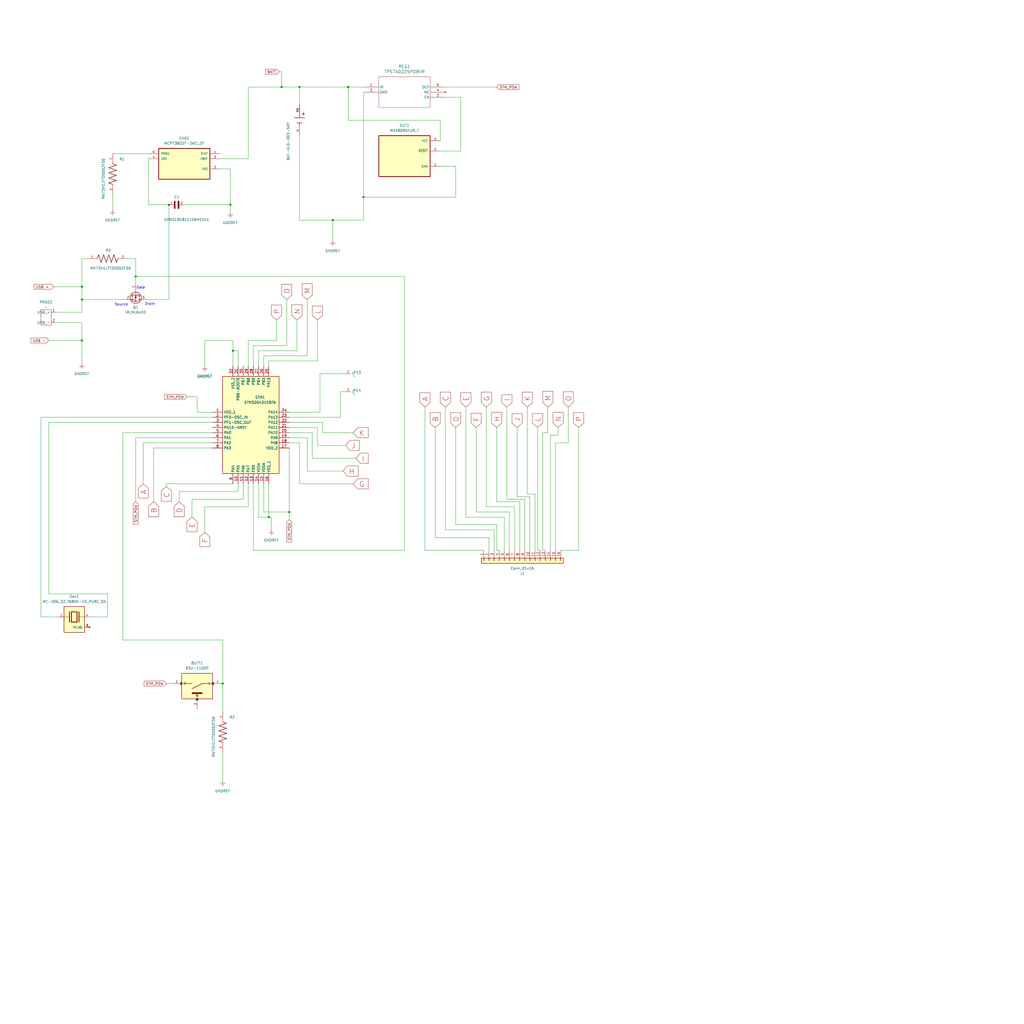
<source format=kicad_sch>
(kicad_sch (version 20250114) (generator "eeschema") (generator_version "9.0")
  (paper "User" 508 508)
  (lib_symbols
    (symbol "B3U-1100P:B3U-1100P" (pin_names (offset 1.016))
      (property "Reference" "S" (at 7.6291 -5.0861 0))
      (property "Value" "B3U-1100P" (at 7.6346 -10.1794 0))
      (symbol "B3U-1100P_0_0"
        (rectangle (start -8.2645 -0.6357) (end -7.62 0.635) (stroke (width 0.1)) (fill (type outline)))
        (rectangle (start -7.62 -7.62) (end 7.62 5.08) (stroke (width 0.254)) (fill (type background)))
        (rectangle (start -2.5423 -5.0846) (end 2.54 -4.445) (stroke (width 0.1)) (fill (type outline)))
        (polyline (pts (xy -2.54 0) (xy -7.62 0)) (stroke (width 0.254)))
        (polyline (pts (xy -2.54 -2.54) (xy 2.54 0)) (stroke (width 0.254)))
        (polyline (pts (xy -2.54 -5.08) (xy 0 -5.08)) (stroke (width 0.254)))
        (rectangle (start -0.6357 -8.2643) (end 0.635 -7.62) (stroke (width 0.1)) (fill (type outline)))
        (polyline (pts (xy 0 -5.08) (xy 0 -7.62)) (stroke (width 0.254)))
        (polyline (pts (xy 0 -5.08) (xy 2.54 -5.08)) (stroke (width 0.254)))
        (polyline (pts (xy 2.54 0) (xy 7.62 0)) (stroke (width 0.254)))
        (rectangle (start 7.6245 -0.6354) (end 8.255 0.635) (stroke (width 0.1)) (fill (type outline)))
        (pin passive line (at -12.7 0 0) (length 5.08) (name "2") (number "2"))
        (pin passive line (at 0 -12.7 90) (length 5.08) (name "3") (number "3"))
        (pin passive line (at 12.7 0 180) (length 5.08) (name "1") (number "1"))
      )
    )
    (symbol "BAT-HLD-003-SMT_CUT:BAT-HLD-003-SMT" (pin_names (offset 1.016))
      (property "Reference" "BT" (at -3.81 3.81 0))
      (property "Value" "BAT-HLD-003-SMT" (at -3.81 -5.08 0))
      (symbol "BAT-HLD-003-SMT_0_0"
        (polyline (pts (xy -3.81 1.905) (xy -2.54 1.905)) (stroke (width 0.254)))
        (polyline (pts (xy -3.175 2.54) (xy -3.175 1.27)) (stroke (width 0.254)))
        (polyline (pts (xy -1.27 2.54) (xy -1.27 0)) (stroke (width 0.254)))
        (polyline (pts (xy -1.27 0) (xy -2.54 0)) (stroke (width 0.254)))
        (polyline (pts (xy -1.27 0) (xy -1.27 -2.54)) (stroke (width 0.254)))
        (polyline (pts (xy 1.27 1.27) (xy 1.27 0)) (stroke (width 0.254)))
        (polyline (pts (xy 1.27 0) (xy 1.27 -1.27)) (stroke (width 0.254)))
        (polyline (pts (xy 1.27 0) (xy 2.54 0)) (stroke (width 0.254)))
        (pin passive line (at -7.62 0 0) (length 5.08) (name "~") (number "P1"))
        (pin passive line (at -7.62 0 0) (length 5.08) (name "~") (number "P2"))
        (pin passive line (at 7.62 0 180) (length 5.08) (name "~") (number "N"))
      )
    )
    (symbol "Connector_Generic:Conn_01x16" (pin_names (offset 1.016) (hide yes))
      (property "Reference" "J" (at 0 20.32 0))
      (property "Value" "Conn_01x16" (at 0 -22.86 0))
      (symbol "Conn_01x16_1_1"
        (rectangle (start -1.27 19.05) (end 1.27 -21.59) (stroke (width 0.254)) (fill (type background)))
        (rectangle (start -1.27 17.907) (end 0 17.653) (stroke (width 0.1524)))
        (rectangle (start -1.27 15.367) (end 0 15.113) (stroke (width 0.1524)))
        (rectangle (start -1.27 12.827) (end 0 12.573) (stroke (width 0.1524)))
        (rectangle (start -1.27 10.287) (end 0 10.033) (stroke (width 0.1524)))
        (rectangle (start -1.27 7.747) (end 0 7.493) (stroke (width 0.1524)))
        (rectangle (start -1.27 5.207) (end 0 4.953) (stroke (width 0.1524)))
        (rectangle (start -1.27 2.667) (end 0 2.413) (stroke (width 0.1524)))
        (rectangle (start -1.27 0.127) (end 0 -0.127) (stroke (width 0.1524)))
        (rectangle (start -1.27 -2.413) (end 0 -2.667) (stroke (width 0.1524)))
        (rectangle (start -1.27 -4.953) (end 0 -5.207) (stroke (width 0.1524)))
        (rectangle (start -1.27 -7.493) (end 0 -7.747) (stroke (width 0.1524)))
        (rectangle (start -1.27 -10.033) (end 0 -10.287) (stroke (width 0.1524)))
        (rectangle (start -1.27 -12.573) (end 0 -12.827) (stroke (width 0.1524)))
        (rectangle (start -1.27 -15.113) (end 0 -15.367) (stroke (width 0.1524)))
        (rectangle (start -1.27 -17.653) (end 0 -17.907) (stroke (width 0.1524)))
        (rectangle (start -1.27 -20.193) (end 0 -20.447) (stroke (width 0.1524)))
        (pin passive line (at -5.08 17.78 0) (length 3.81) (name "Pin_1") (number "1"))
        (pin passive line (at -5.08 15.24 0) (length 3.81) (name "Pin_2") (number "2"))
        (pin passive line (at -5.08 12.7 0) (length 3.81) (name "Pin_3") (number "3"))
        (pin passive line (at -5.08 10.16 0) (length 3.81) (name "Pin_4") (number "4"))
        (pin passive line (at -5.08 7.62 0) (length 3.81) (name "Pin_5") (number "5"))
        (pin passive line (at -5.08 5.08 0) (length 3.81) (name "Pin_6") (number "6"))
        (pin passive line (at -5.08 2.54 0) (length 3.81) (name "Pin_7") (number "7"))
        (pin passive line (at -5.08 0 0) (length 3.81) (name "Pin_8") (number "8"))
        (pin passive line (at -5.08 -2.54 0) (length 3.81) (name "Pin_9") (number "9"))
        (pin passive line (at -5.08 -5.08 0) (length 3.81) (name "Pin_10") (number "10"))
        (pin passive line (at -5.08 -7.62 0) (length 3.81) (name "Pin_11") (number "11"))
        (pin passive line (at -5.08 -10.16 0) (length 3.81) (name "Pin_12") (number "12"))
        (pin passive line (at -5.08 -12.7 0) (length 3.81) (name "Pin_13") (number "13"))
        (pin passive line (at -5.08 -15.24 0) (length 3.81) (name "Pin_14") (number "14"))
        (pin passive line (at -5.08 -17.78 0) (length 3.81) (name "Pin_15") (number "15"))
        (pin passive line (at -5.08 -20.32 0) (length 3.81) (name "Pin_16") (number "16"))
      )
    )
    (symbol "GRM21BC81E106ME51K:GRM21BC81E106ME51K" (pin_names (offset 1.016))
      (property "Reference" "C" (at 0 3.8109 0))
      (property "Value" "GRM21BC81E106ME51K" (at 0 -5.0885 0))
      (symbol "GRM21BC81E106ME51K_0_0"
        (rectangle (start 0 -1.9069) (end 0.635 1.905) (stroke (width 0.1)) (fill (type outline)))
        (rectangle (start 1.9069 -1.9069) (end 2.54 1.905) (stroke (width 0.1)) (fill (type outline)))
        (pin passive line (at -2.54 0 0) (length 2.54) (name "~") (number "1"))
        (pin passive line (at 5.08 0 180) (length 2.54) (name "~") (number "2"))
      )
    )
    (symbol "MAX809SEUR_T:MAX809SEUR_T" (pin_names (offset 1.016))
      (property "Reference" "U" (at -12.7 11.16 0))
      (property "Value" "MAX809SEUR_T" (at -12.7 -14.16 0))
      (symbol "MAX809SEUR_T_0_0"
        (rectangle (start -12.7 -10.16) (end 12.7 10.16) (stroke (width 0.41)) (fill (type background)))
        (pin power_in line (at 17.78 7.62 180) (length 5.08) (name "VCC") (number "3"))
        (pin output line (at 17.78 2.54 180) (length 5.08) (name "~{RESET}") (number "2"))
        (pin power_in line (at 17.78 -5.08 180) (length 5.08) (name "GND") (number "1"))
      )
    )
    (symbol "MC-306_32.7680K-E0_PURE_SN:MC-306_32.7680K-E0_PURE_SN" (pin_names (offset 1.016))
      (property "Reference" "Y" (at -5.0878 6.3559 0))
      (property "Value" "MC-306_32.7680K-E0_PURE_SN" (at -5.0944 -10.16 0))
      (symbol "MC-306_32.7680K-E0_PURE_SN_0_0"
        (polyline (pts (xy -5.08 0) (xy -2.54 0)) (stroke (width 0.1524)))
        (rectangle (start -5.08 -7.62) (end 5.08 5.08) (stroke (width 0.254)) (fill (type background)))
        (polyline (pts (xy -2.3368 2.54) (xy -2.3368 -2.54)) (stroke (width 0.4064)))
        (polyline (pts (xy -1.397 2.54) (xy -1.397 -2.54)) (stroke (width 0.4064)))
        (polyline (pts (xy -1.397 2.54) (xy 1.397 2.54)) (stroke (width 0.4064)))
        (polyline (pts (xy 1.397 2.54) (xy 1.397 -2.54)) (stroke (width 0.4064)))
        (polyline (pts (xy 1.397 -2.54) (xy -1.397 -2.54)) (stroke (width 0.4064)))
        (polyline (pts (xy 2.3368 2.54) (xy 2.3368 -2.54)) (stroke (width 0.4064)))
        (polyline (pts (xy 2.54 0) (xy 5.08 0)) (stroke (width 0.1524)))
        (pin passive line (at -7.62 0 0) (length 2.54) (name "~") (number "1"))
        (pin passive line (at 7.62 0 180) (length 2.54) (name "~") (number "4"))
        (pin no_connect line (at 7.62 -5.08 180) (length 2.54) (name "NC") (number "2"))
        (pin no_connect line (at 7.62 -5.08 180) (length 2.54) (name "NC__1") (number "3"))
      )
    )
    (symbol "MCP73832T-2ACI_OT:MCP73832T-2ACI_OT" (pin_names (offset 1.016))
      (property "Reference" "U" (at -12.7 8.62 0))
      (property "Value" "MCP73832T-2ACI_OT" (at -12.7 -11.62 0))
      (symbol "MCP73832T-2ACI_OT_0_0"
        (rectangle (start -12.7 -7.62) (end 12.7 7.62) (stroke (width 0.41)) (fill (type background)))
        (pin input line (at -17.78 5.08 0) (length 5.08) (name "PROG") (number "5"))
        (pin input line (at -17.78 2.54 0) (length 5.08) (name "VDD") (number "4"))
        (pin output line (at 17.78 5.08 180) (length 5.08) (name "STAT") (number "1"))
        (pin output line (at 17.78 2.54 180) (length 5.08) (name "VBAT") (number "3"))
        (pin power_in line (at 17.78 -2.54 180) (length 5.08) (name "VSS") (number "2"))
      )
    )
    (symbol "PGO:POGO_FEMALE_2"
      (property "Reference" "POGO" (at 0 -1.27 0))
      (symbol "POGO_FEMALE_2_0_1"
        (rectangle (start -2.54 7.62) (end 2.54 0))
      )
      (symbol "POGO_FEMALE_2_1_1"
        (pin input line (at 5.08 6.35 180) (length 2.54) (name "USB_+") (number "1"))
        (pin input line (at 5.08 1.27 180) (length 2.54) (name "USB_-") (number "2"))
      )
    )
    (symbol "PGO:PROGPAD"
      (property "Reference" "PROGPAD" (at 0 0 0))
      (symbol "PROGPAD_1_1"
        (pin input line (at -2.54 3.81 0) (length 2.54) (name "1") (number "1"))
      )
    )
    (symbol "RN73H1JTTD5052F50:RN73H1JTTD5052F50" (pin_names (offset 1.016))
      (property "Reference" "R" (at -7.6244 2.5415 0))
      (property "Value" "RN73H1JTTD5052F50" (at -7.63 -5.0866 0))
      (symbol "RN73H1JTTD5052F50_0_0"
        (polyline (pts (xy -5.08 0) (xy -4.445 1.905)) (stroke (width 0.254)))
        (polyline (pts (xy -4.445 1.905) (xy -3.175 -1.905)) (stroke (width 0.254)))
        (polyline (pts (xy -3.175 -1.905) (xy -1.905 1.905)) (stroke (width 0.254)))
        (polyline (pts (xy -1.905 1.905) (xy -0.635 -1.905)) (stroke (width 0.254)))
        (polyline (pts (xy -0.635 -1.905) (xy 0.635 1.905)) (stroke (width 0.254)))
        (polyline (pts (xy 0.635 1.905) (xy 1.905 -1.905)) (stroke (width 0.254)))
        (polyline (pts (xy 1.905 -1.905) (xy 3.175 1.905)) (stroke (width 0.254)))
        (polyline (pts (xy 3.175 1.905) (xy 4.445 -1.905)) (stroke (width 0.254)))
        (polyline (pts (xy 4.445 -1.905) (xy 5.08 0)) (stroke (width 0.254)))
        (pin passive line (at -10.16 0 0) (length 5.08) (name "~") (number "1"))
        (pin passive line (at 10.16 0 180) (length 5.08) (name "~") (number "2"))
      )
    )
    (symbol "STM32G431KBT6:STM32G431KBT6"
      (property "Reference" "IC" (at 34.29 22.86 0))
      (property "Value" "STM32G431KBT6" (at 34.29 20.32 0))
      (symbol "STM32G431KBT6_1_1"
        (rectangle (start 5.08 17.78) (end 33.02 -30.48) (stroke (width 0.254)) (fill (type background)))
        (pin passive line (at 0 0 0) (length 5.08) (name "VDD_1") (number "1"))
        (pin passive line (at 0 -2.54 0) (length 5.08) (name "PF0-OSC_IN") (number "2"))
        (pin passive line (at 0 -5.08 0) (length 5.08) (name "PF1-OSC_OUT") (number "3"))
        (pin passive line (at 0 -7.62 0) (length 5.08) (name "PG10-NRST") (number "4"))
        (pin passive line (at 0 -10.16 0) (length 5.08) (name "PA0") (number "5"))
        (pin passive line (at 0 -12.7 0) (length 5.08) (name "PA1") (number "6"))
        (pin passive line (at 0 -15.24 0) (length 5.08) (name "PA2") (number "7"))
        (pin passive line (at 0 -17.78 0) (length 5.08) (name "PA3") (number "8"))
        (pin passive line (at 10.16 22.86 270) (length 5.08) (name "VSS_2") (number "32"))
        (pin passive line (at 10.16 -35.56 90) (length 5.08) (name "PA4") (number "9"))
        (pin passive line (at 12.7 22.86 270) (length 5.08) (name "PB8-BOOT0") (number "31"))
        (pin passive line (at 12.7 -35.56 90) (length 5.08) (name "PA5") (number "10"))
        (pin passive line (at 15.24 22.86 270) (length 5.08) (name "PB7") (number "30"))
        (pin passive line (at 15.24 -35.56 90) (length 5.08) (name "PA6") (number "11"))
        (pin passive line (at 17.78 22.86 270) (length 5.08) (name "PB6") (number "29"))
        (pin passive line (at 17.78 -35.56 90) (length 5.08) (name "PA7") (number "12"))
        (pin passive line (at 20.32 22.86 270) (length 5.08) (name "PB5") (number "28"))
        (pin passive line (at 20.32 -35.56 90) (length 5.08) (name "PB0") (number "13"))
        (pin passive line (at 22.86 22.86 270) (length 5.08) (name "PB4") (number "27"))
        (pin passive line (at 22.86 -35.56 90) (length 5.08) (name "VSSA") (number "14"))
        (pin passive line (at 25.4 22.86 270) (length 5.08) (name "PB3") (number "26"))
        (pin passive line (at 25.4 -35.56 90) (length 5.08) (name "VDDA") (number "15"))
        (pin passive line (at 27.94 22.86 270) (length 5.08) (name "PA15") (number "25"))
        (pin passive line (at 27.94 -35.56 90) (length 5.08) (name "VSS_1") (number "16"))
        (pin passive line (at 38.1 0 180) (length 5.08) (name "PA14") (number "24"))
        (pin passive line (at 38.1 -2.54 180) (length 5.08) (name "PA13") (number "23"))
        (pin passive line (at 38.1 -5.08 180) (length 5.08) (name "PA12") (number "22"))
        (pin passive line (at 38.1 -7.62 180) (length 5.08) (name "PA11") (number "21"))
        (pin passive line (at 38.1 -10.16 180) (length 5.08) (name "PA10") (number "20"))
        (pin passive line (at 38.1 -12.7 180) (length 5.08) (name "PA9") (number "19"))
        (pin passive line (at 38.1 -15.24 180) (length 5.08) (name "PA8") (number "18"))
        (pin passive line (at 38.1 -17.78 180) (length 5.08) (name "VDD_2") (number "17"))
      )
    )
    (symbol "TPS7A0225PDBVR:TPS7A0225PDBVR" (pin_names (offset 0.254))
      (property "Reference" "U" (at 20.32 10.16 0))
      (property "Value" "TPS7A0225PDBVR" (at 20.32 7.62 0))
      (symbol "TPS7A0225PDBVR_0_1"
        (polyline (pts (xy 7.62 5.08) (xy 7.62 -10.16)) (stroke (width 0.127)))
        (polyline (pts (xy 7.62 -10.16) (xy 33.02 -10.16)) (stroke (width 0.127)))
        (polyline (pts (xy 33.02 5.08) (xy 7.62 5.08)) (stroke (width 0.127)))
        (polyline (pts (xy 33.02 -10.16) (xy 33.02 5.08)) (stroke (width 0.127)))
        (pin input line (at 0 0 0) (length 7.62) (name "IN") (number "1"))
        (pin power_out line (at 0 -2.54 0) (length 7.62) (name "GND") (number "2"))
        (pin output line (at 40.64 0 180) (length 7.62) (name "OUT") (number "5"))
        (pin no_connect line (at 40.64 -2.54 180) (length 7.62) (name "NC") (number "4"))
        (pin input line (at 40.64 -5.08 180) (length 7.62) (name "EN") (number "3"))
      )
    )
    (symbol "Transistor_FET:IRLML6402" (pin_names (hide yes))
      (property "Reference" "Q" (at 5.08 1.905 0))
      (property "Value" "IRLML6402" (at 5.08 0 0))
      (symbol "IRLML6402_0_1"
        (polyline (pts (xy 0.254 1.905) (xy 0.254 -1.905)) (stroke (width 0.254)))
        (polyline (pts (xy 0.254 0) (xy -2.54 0)))
        (polyline (pts (xy 0.762 2.286) (xy 0.762 1.27)) (stroke (width 0.254)))
        (polyline (pts (xy 0.762 1.778) (xy 3.302 1.778) (xy 3.302 -1.778) (xy 0.762 -1.778)))
        (polyline (pts (xy 0.762 0.508) (xy 0.762 -0.508)) (stroke (width 0.254)))
        (polyline (pts (xy 0.762 -1.27) (xy 0.762 -2.286)) (stroke (width 0.254)))
        (circle (center 1.651 0) (radius 2.794) (stroke (width 0.254)))
        (polyline (pts (xy 2.286 0) (xy 1.27 0.381) (xy 1.27 -0.381) (xy 2.286 0)) (fill (type outline)))
        (polyline (pts (xy 2.54 2.54) (xy 2.54 1.778)))
        (circle (center 2.54 1.778) (radius 0.254) (fill (type outline)))
        (circle (center 2.54 -1.778) (radius 0.254) (fill (type outline)))
        (polyline (pts (xy 2.54 -2.54) (xy 2.54 0) (xy 0.762 0)))
        (polyline (pts (xy 2.794 -0.508) (xy 2.921 -0.381) (xy 3.683 -0.381) (xy 3.81 -0.254)))
        (polyline (pts (xy 3.302 -0.381) (xy 2.921 0.254) (xy 3.683 0.254) (xy 3.302 -0.381)))
      )
      (symbol "IRLML6402_1_1"
        (pin input line (at -5.08 0 0) (length 2.54) (name "G") (number "1"))
        (pin passive line (at 2.54 5.08 270) (length 2.54) (name "D") (number "3"))
        (pin passive line (at 2.54 -5.08 90) (length 2.54) (name "S") (number "2"))
      )
    )
    (symbol "power:GNDREF" (power) (pin_numbers (hide yes)) (pin_names (offset 0) (hide yes))
      (property "Value" "GNDREF" (at 0 -3.81 0))
      (symbol "GNDREF_0_1"
        (polyline (pts (xy -0.635 -1.905) (xy 0.635 -1.905)))
        (polyline (pts (xy -0.127 -2.54) (xy 0.127 -2.54)))
        (polyline (pts (xy 0 -1.27) (xy 0 0)))
        (polyline (pts (xy 1.27 -1.27) (xy -1.27 -1.27)))
      )
      (symbol "GNDREF_1_1"
        (pin power_in line (at 0 0 270) (length 0) (name "~") (number "1"))
      )
    )
  )
  (text "Source" (at 60.198 151.13 0) (effects (font (size 1.27 1.27))))
  (text "Drain" (at 74.422 150.876 0) (effects (font (size 1.27 1.27))))
  (text "Gate" (at 69.85 142.748 0) (effects (font (size 1.27 1.27))))
  (junction (at 83.82 101.6))
  (junction (at 133.35 256.54))
  (junction (at 172.72 43.18))
  (junction (at 115.57 173.99))
  (junction (at 40.64 148.59))
  (junction (at 40.64 168.91))
  (junction (at 139.7 43.18))
  (junction (at 67.31 137.16))
  (junction (at 180.34 97.79))
  (junction (at 110.49 339.09))
  (junction (at 40.64 142.24))
  (junction (at 148.59 43.18))
  (junction (at 143.51 254))
  (junction (at 114.3 101.6))
  (junction (at 165.1 109.22))
  (wire (pts (xy 125.73 171.45) (xy 142.24 171.45)))
  (wire (pts (xy 158.75 185.42) (xy 171.45 185.42)))
  (wire (pts (xy 40.64 128.27) (xy 40.64 142.24)))
  (wire (pts (xy 24.13 168.91) (xy 40.64 168.91)))
  (wire (pts (xy 55.88 76.2) (xy 73.66 76.2)))
  (wire (pts (xy 226.06 260.35) (xy 246.38 260.35)))
  (wire (pts (xy 143.51 207.01) (xy 168.91 207.01)))
  (wire (pts (xy 148.59 109.22) (xy 165.1 109.22)))
  (wire (pts (xy 215.9 266.7) (xy 242.57 266.7)))
  (wire (pts (xy 287.02 212.09) (xy 287.02 273.05)))
  (wire (pts (xy 143.51 254) (xy 143.51 257.81)))
  (wire (pts (xy 133.35 179.07) (xy 157.48 179.07)))
  (wire (pts (xy 250.19 256.54) (xy 250.19 273.05)))
  (wire (pts (xy 114.3 101.6) (xy 114.3 105.41)))
  (wire (pts (xy 73.66 78.74) (xy 73.66 101.6)))
  (wire (pts (xy 53.34 294.64) (xy 53.34 306.07)))
  (wire (pts (xy 115.57 181.61) (xy 115.57 173.99)))
  (wire (pts (xy 172.72 59.69) (xy 172.72 43.18)))
  (wire (pts (xy 276.86 215.9) (xy 273.05 215.9)))
  (wire (pts (xy 60.96 317.5) (xy 60.96 214.63)))
  (wire (pts (xy 95.25 247.65) (xy 95.25 256.54)))
  (wire (pts (xy 143.51 219.71) (xy 148.59 219.71)))
  (wire (pts (xy 266.7 212.09) (xy 266.7 273.05)))
  (wire (pts (xy 251.46 247.65) (xy 260.35 247.65)))
  (wire (pts (xy 266.7 273.05) (xy 267.97 273.05)))
  (wire (pts (xy 231.14 256.54) (xy 250.19 256.54)))
  (wire (pts (xy 260.35 247.65) (xy 260.35 273.05)))
  (wire (pts (xy 40.64 148.59) (xy 40.64 154.94)))
  (wire (pts (xy 160.02 214.63) (xy 160.02 209.55)))
  (wire (pts (xy 105.41 207.01) (xy 20.32 207.01)))
  (wire (pts (xy 152.4 217.17) (xy 152.4 233.68)))
  (wire (pts (xy 255.27 251.46) (xy 255.27 273.05)))
  (wire (pts (xy 110.49 339.09) (xy 110.49 353.06)))
  (wire (pts (xy 72.39 148.59) (xy 83.82 148.59)))
  (wire (pts (xy 118.11 181.61) (xy 118.11 173.99)))
  (wire (pts (xy 130.81 240.03) (xy 130.81 254)))
  (wire (pts (xy 130.81 176.53) (xy 152.4 176.53)))
  (wire (pts (xy 24.13 209.55) (xy 24.13 294.64)))
  (wire (pts (xy 241.3 251.46) (xy 255.27 251.46)))
  (wire (pts (xy 220.98 43.18) (xy 246.38 43.18)))
  (wire (pts (xy 148.59 52.07) (xy 148.59 43.18)))
  (wire (pts (xy 157.48 220.98) (xy 171.45 220.98)))
  (wire (pts (xy 67.31 137.16) (xy 67.31 128.27)))
  (wire (pts (xy 246.38 248.92) (xy 257.81 248.92)))
  (wire (pts (xy 200.66 137.16) (xy 200.66 273.05)))
  (wire (pts (xy 73.66 101.6) (xy 83.82 101.6)))
  (wire (pts (xy 236.22 212.09) (xy 236.22 254)))
  (wire (pts (xy 210.82 201.93) (xy 210.82 273.05)))
  (wire (pts (xy 175.26 214.63) (xy 160.02 214.63)))
  (wire (pts (xy 105.41 209.55) (xy 24.13 209.55)))
  (wire (pts (xy 220.98 48.26) (xy 228.6 48.26)))
  (wire (pts (xy 275.59 219.71) (xy 275.59 273.05)))
  (wire (pts (xy 110.49 373.38) (xy 110.49 387.35)))
  (wire (pts (xy 148.59 240.03) (xy 175.26 240.03)))
  (wire (pts (xy 105.41 217.17) (xy 67.31 217.17)))
  (wire (pts (xy 142.24 171.45) (xy 142.24 148.59)))
  (wire (pts (xy 147.32 173.99) (xy 147.32 158.75)))
  (wire (pts (xy 226.06 82.55) (xy 226.06 97.79)))
  (wire (pts (xy 71.12 219.71) (xy 105.41 219.71)))
  (wire (pts (xy 160.02 209.55) (xy 143.51 209.55)))
  (wire (pts (xy 257.81 248.92) (xy 257.81 273.05)))
  (wire (pts (xy 83.82 101.6) (xy 83.82 148.59)))
  (wire (pts (xy 123.19 78.74) (xy 123.19 43.18)))
  (wire (pts (xy 67.31 217.17) (xy 67.31 248.92)))
  (wire (pts (xy 20.32 207.01) (xy 20.32 306.07)))
  (wire (pts (xy 133.35 181.61) (xy 133.35 179.07)))
  (wire (pts (xy 27.94 160.02) (xy 40.64 160.02)))
  (wire (pts (xy 143.51 214.63) (xy 154.94 214.63)))
  (wire (pts (xy 60.96 317.5) (xy 110.49 317.5)))
  (wire (pts (xy 40.64 168.91) (xy 40.64 180.34)))
  (wire (pts (xy 109.22 78.74) (xy 123.19 78.74)))
  (wire (pts (xy 134.62 256.54) (xy 134.62 262.89)))
  (wire (pts (xy 261.62 201.93) (xy 261.62 245.11)))
  (wire (pts (xy 157.48 212.09) (xy 157.48 220.98)))
  (wire (pts (xy 210.82 273.05) (xy 240.03 273.05)))
  (wire (pts (xy 133.35 256.54) (xy 134.62 256.54)))
  (wire (pts (xy 165.1 109.22) (xy 180.34 109.22)))
  (wire (pts (xy 154.94 227.33) (xy 176.53 227.33)))
  (wire (pts (xy 139.7 43.18) (xy 148.59 43.18)))
  (wire (pts (xy 128.27 181.61) (xy 128.27 173.99)))
  (wire (pts (xy 71.12 219.71) (xy 71.12 240.03)))
  (wire (pts (xy 63.5 128.27) (xy 67.31 128.27)))
  (wire (pts (xy 128.27 173.99) (xy 147.32 173.99)))
  (wire (pts (xy 168.91 207.01) (xy 168.91 194.31)))
  (wire (pts (xy 246.38 260.35) (xy 246.38 273.05)))
  (wire (pts (xy 226.06 212.09) (xy 226.06 260.35)))
  (wire (pts (xy 105.41 204.47) (xy 97.79 204.47)))
  (wire (pts (xy 143.51 222.25) (xy 143.51 254)))
  (wire (pts (xy 251.46 201.93) (xy 251.46 247.65)))
  (wire (pts (xy 130.81 181.61) (xy 130.81 176.53)))
  (wire (pts (xy 137.16 158.75) (xy 137.16 168.91)))
  (wire (pts (xy 118.11 240.03) (xy 118.11 243.84)))
  (wire (pts (xy 24.13 294.64) (xy 53.34 294.64)))
  (wire (pts (xy 97.79 196.85) (xy 92.71 196.85)))
  (wire (pts (xy 114.3 83.82) (xy 114.3 101.6)))
  (wire (pts (xy 123.19 240.03) (xy 123.19 251.46)))
  (wire (pts (xy 101.6 168.91) (xy 101.6 181.61)))
  (wire (pts (xy 172.72 43.18) (xy 180.34 43.18)))
  (wire (pts (xy 97.79 204.47) (xy 97.79 196.85)))
  (wire (pts (xy 218.44 74.93) (xy 228.6 74.93)))
  (wire (pts (xy 157.48 179.07) (xy 157.48 158.75)))
  (wire (pts (xy 82.55 339.09) (xy 85.09 339.09)))
  (wire (pts (xy 180.34 97.79) (xy 226.06 97.79)))
  (wire (pts (xy 231.14 201.93) (xy 231.14 256.54)))
  (wire (pts (xy 123.19 168.91) (xy 137.16 168.91)))
  (wire (pts (xy 123.19 181.61) (xy 123.19 168.91)))
  (wire (pts (xy 265.43 245.11) (xy 265.43 273.05)))
  (wire (pts (xy 110.49 317.5) (xy 110.49 339.09)))
  (wire (pts (xy 125.73 273.05) (xy 125.73 240.03)))
  (wire (pts (xy 128.27 240.03) (xy 128.27 256.54)))
  (wire (pts (xy 262.89 246.38) (xy 262.89 273.05)))
  (wire (pts (xy 91.44 101.6) (xy 114.3 101.6)))
  (wire (pts (xy 215.9 212.09) (xy 215.9 266.7)))
  (wire (pts (xy 55.88 104.14) (xy 55.88 96.52)))
  (wire (pts (xy 148.59 43.18) (xy 172.72 43.18)))
  (wire (pts (xy 76.2 222.25) (xy 76.2 248.92)))
  (wire (pts (xy 120.65 247.65) (xy 95.25 247.65)))
  (wire (pts (xy 273.05 215.9) (xy 273.05 273.05)))
  (wire (pts (xy 139.7 43.18) (xy 139.7 35.56)))
  (wire (pts (xy 40.64 148.59) (xy 62.23 148.59)))
  (wire (pts (xy 120.65 240.03) (xy 120.65 247.65)))
  (wire (pts (xy 82.55 240.03) (xy 82.55 241.3)))
  (wire (pts (xy 43.18 128.27) (xy 40.64 128.27)))
  (wire (pts (xy 128.27 256.54) (xy 133.35 256.54)))
  (wire (pts (xy 115.57 240.03) (xy 82.55 240.03)))
  (wire (pts (xy 123.19 251.46) (xy 101.6 251.46)))
  (wire (pts (xy 168.91 194.31) (xy 171.45 194.31)))
  (wire (pts (xy 180.34 45.72) (xy 180.34 97.79)))
  (wire (pts (xy 246.38 273.05) (xy 247.65 273.05)))
  (wire (pts (xy 271.78 201.93) (xy 271.78 214.63)))
  (wire (pts (xy 218.44 82.55) (xy 226.06 82.55)))
  (wire (pts (xy 123.19 43.18) (xy 139.7 43.18)))
  (wire (pts (xy 228.6 74.93) (xy 228.6 48.26)))
  (wire (pts (xy 241.3 201.93) (xy 241.3 251.46)))
  (wire (pts (xy 180.34 97.79) (xy 180.34 109.22)))
  (wire (pts (xy 20.32 306.07) (xy 29.21 306.07)))
  (wire (pts (xy 60.96 214.63) (xy 105.41 214.63)))
  (wire (pts (xy 281.94 201.93) (xy 281.94 219.71)))
  (wire (pts (xy 287.02 273.05) (xy 278.13 273.05)))
  (wire (pts (xy 220.98 201.93) (xy 220.98 262.89)))
  (wire (pts (xy 67.31 137.16) (xy 200.66 137.16)))
  (wire (pts (xy 105.41 222.25) (xy 76.2 222.25)))
  (wire (pts (xy 101.6 251.46) (xy 101.6 264.16)))
  (wire (pts (xy 40.64 154.94) (xy 27.94 154.94)))
  (wire (pts (xy 261.62 245.11) (xy 265.43 245.11)))
  (wire (pts (xy 271.78 214.63) (xy 269.24 214.63)))
  (wire (pts (xy 165.1 109.22) (xy 165.1 119.38)))
  (wire (pts (xy 40.64 160.02) (xy 40.64 168.91)))
  (wire (pts (xy 109.22 83.82) (xy 114.3 83.82)))
  (wire (pts (xy 269.24 214.63) (xy 269.24 273.05)))
  (wire (pts (xy 152.4 176.53) (xy 152.4 148.59)))
  (wire (pts (xy 148.59 219.71) (xy 148.59 240.03)))
  (wire (pts (xy 281.94 219.71) (xy 275.59 219.71)))
  (wire (pts (xy 118.11 173.99) (xy 115.57 173.99)))
  (wire (pts (xy 143.51 204.47) (xy 158.75 204.47)))
  (wire (pts (xy 115.57 168.91) (xy 101.6 168.91)))
  (wire (pts (xy 200.66 273.05) (xy 125.73 273.05)))
  (wire (pts (xy 148.59 109.22) (xy 148.59 67.31)))
  (wire (pts (xy 276.86 212.09) (xy 276.86 215.9)))
  (wire (pts (xy 218.44 69.85) (xy 218.44 59.69)))
  (wire (pts (xy 115.57 173.99) (xy 115.57 168.91)))
  (wire (pts (xy 130.81 254) (xy 143.51 254)))
  (wire (pts (xy 133.35 240.03) (xy 133.35 256.54)))
  (wire (pts (xy 256.54 246.38) (xy 262.89 246.38)))
  (wire (pts (xy 252.73 254) (xy 252.73 273.05)))
  (wire (pts (xy 143.51 212.09) (xy 157.48 212.09)))
  (wire (pts (xy 236.22 254) (xy 252.73 254)))
  (wire (pts (xy 220.98 262.89) (xy 245.11 262.89)))
  (wire (pts (xy 67.31 137.16) (xy 67.31 140.97)))
  (wire (pts (xy 269.24 273.05) (xy 270.51 273.05)))
  (wire (pts (xy 256.54 212.09) (xy 256.54 246.38)))
  (wire (pts (xy 143.51 217.17) (xy 152.4 217.17)))
  (wire (pts (xy 53.34 306.07) (xy 44.45 306.07)))
  (wire (pts (xy 242.57 266.7) (xy 242.57 273.05)))
  (wire (pts (xy 40.64 142.24) (xy 40.64 148.59)))
  (wire (pts (xy 154.94 214.63) (xy 154.94 227.33)))
  (wire (pts (xy 118.11 243.84) (xy 88.9 243.84)))
  (wire (pts (xy 218.44 59.69) (xy 172.72 59.69)))
  (wire (pts (xy 158.75 204.47) (xy 158.75 185.42)))
  (wire (pts (xy 245.11 262.89) (xy 245.11 273.05)))
  (wire (pts (xy 139.7 35.56) (xy 138.43 35.56)))
  (wire (pts (xy 88.9 243.84) (xy 88.9 248.92)))
  (wire (pts (xy 125.73 181.61) (xy 125.73 171.45)))
  (wire (pts (xy 246.38 212.09) (xy 246.38 248.92)))
  (wire (pts (xy 26.67 142.24) (xy 40.64 142.24)))
  (wire (pts (xy 152.4 233.68) (xy 170.18 233.68)))
  (global_label "F" (shape input) (at 101.6 264.16 270) (effects (font (size 2.54 2.54))) (property "Intersheetrefs" "${INTERSHEET_REFS}" (effects (hide yes))))
  (global_label "STM_POW" (shape input) (at 82.55 339.09 180) (property "Intersheetrefs" "${INTERSHEET_REFS}" (effects (hide yes))))
  (global_label "O" (shape input) (at 281.94 201.93 90) (effects (font (size 2.54 2.54))) (property "Intersheetrefs" "${INTERSHEET_REFS}" (effects (hide yes))))
  (global_label "D" (shape input) (at 226.06 212.09 90) (effects (font (size 2.54 2.54))) (property "Intersheetrefs" "${INTERSHEET_REFS}" (effects (hide yes))))
  (global_label "I" (shape input) (at 176.53 227.33 0) (effects (font (size 2.54 2.54))) (property "Intersheetrefs" "${INTERSHEET_REFS}" (effects (hide yes))))
  (global_label "A" (shape input) (at 71.12 240.03 270) (effects (font (size 2.54 2.54))) (property "Intersheetrefs" "${INTERSHEET_REFS}" (effects (hide yes))))
  (global_label "J" (shape input) (at 256.54 212.09 90) (effects (font (size 2.54 2.54))) (property "Intersheetrefs" "${INTERSHEET_REFS}" (effects (hide yes))))
  (global_label "STM_POW" (shape input) (at 67.31 248.92 270) (property "Intersheetrefs" "${INTERSHEET_REFS}" (effects (hide yes))))
  (global_label "E" (shape input) (at 231.14 201.93 90) (effects (font (size 2.54 2.54))) (property "Intersheetrefs" "${INTERSHEET_REFS}" (effects (hide yes))))
  (global_label "K" (shape input) (at 261.62 201.93 90) (effects (font (size 2.54 2.54))) (property "Intersheetrefs" "${INTERSHEET_REFS}" (effects (hide yes))))
  (global_label "P" (shape input) (at 137.16 158.75 90) (effects (font (size 2.54 2.54))) (property "Intersheetrefs" "${INTERSHEET_REFS}" (effects (hide yes))))
  (global_label "STM_POW" (shape input) (at 92.71 196.85 180) (property "Intersheetrefs" "${INTERSHEET_REFS}" (effects (hide yes))))
  (global_label "F" (shape input) (at 236.22 212.09 90) (effects (font (size 2.54 2.54))) (property "Intersheetrefs" "${INTERSHEET_REFS}" (effects (hide yes))))
  (global_label "J" (shape input) (at 171.45 220.98 0) (effects (font (size 2.54 2.54))) (property "Intersheetrefs" "${INTERSHEET_REFS}" (effects (hide yes))))
  (global_label "G" (shape input) (at 175.26 240.03 0) (effects (font (size 2.54 2.54))) (property "Intersheetrefs" "${INTERSHEET_REFS}" (effects (hide yes))))
  (global_label "USB -" (shape input) (at 24.13 168.91 180) (property "Intersheetrefs" "${INTERSHEET_REFS}" (effects (hide yes))))
  (global_label "C" (shape input) (at 82.55 241.3 270) (effects (font (size 2.54 2.54))) (property "Intersheetrefs" "${INTERSHEET_REFS}" (effects (hide yes))))
  (global_label "E" (shape input) (at 95.25 256.54 270) (effects (font (size 2.54 2.54))) (property "Intersheetrefs" "${INTERSHEET_REFS}" (effects (hide yes))))
  (global_label "B" (shape input) (at 76.2 248.92 270) (effects (font (size 2.54 2.54))) (property "Intersheetrefs" "${INTERSHEET_REFS}" (effects (hide yes))))
  (global_label "C" (shape input) (at 220.98 201.93 90) (effects (font (size 2.54 2.54))) (property "Intersheetrefs" "${INTERSHEET_REFS}" (effects (hide yes))))
  (global_label "H" (shape input) (at 170.18 233.68 0) (effects (font (size 2.54 2.54))) (property "Intersheetrefs" "${INTERSHEET_REFS}" (effects (hide yes))))
  (global_label "I" (shape input) (at 251.46 201.93 90) (effects (font (size 2.54 2.54))) (property "Intersheetrefs" "${INTERSHEET_REFS}" (effects (hide yes))))
  (global_label "A" (shape input) (at 210.82 201.93 90) (effects (font (size 2.54 2.54))) (property "Intersheetrefs" "${INTERSHEET_REFS}" (effects (hide yes))))
  (global_label "STM_POW" (shape input) (at 143.51 257.81 270) (property "Intersheetrefs" "${INTERSHEET_REFS}" (effects (hide yes))))
  (global_label "O" (shape input) (at 142.24 148.59 90) (effects (font (size 2.54 2.54))) (property "Intersheetrefs" "${INTERSHEET_REFS}" (effects (hide yes))))
  (global_label "N" (shape input) (at 276.86 212.09 90) (effects (font (size 2.54 2.54))) (property "Intersheetrefs" "${INTERSHEET_REFS}" (effects (hide yes))))
  (global_label "G" (shape input) (at 241.3 201.93 90) (effects (font (size 2.54 2.54))) (property "Intersheetrefs" "${INTERSHEET_REFS}" (effects (hide yes))))
  (global_label "USB + " (shape input) (at 26.67 142.24 180) (property "Intersheetrefs" "${INTERSHEET_REFS}" (effects (hide yes))))
  (global_label "M" (shape input) (at 152.4 148.59 90) (effects (font (size 2.54 2.54))) (property "Intersheetrefs" "${INTERSHEET_REFS}" (effects (hide yes))))
  (global_label "N" (shape input) (at 147.32 158.75 90) (effects (font (size 2.54 2.54))) (property "Intersheetrefs" "${INTERSHEET_REFS}" (effects (hide yes))))
  (global_label "M" (shape input) (at 271.78 201.93 90) (effects (font (size 2.54 2.54))) (property "Intersheetrefs" "${INTERSHEET_REFS}" (effects (hide yes))))
  (global_label "BATT" (shape input) (at 138.43 35.56 180) (property "Intersheetrefs" "${INTERSHEET_REFS}" (effects (hide yes))))
  (global_label "B" (shape input) (at 215.9 212.09 90) (effects (font (size 2.54 2.54))) (property "Intersheetrefs" "${INTERSHEET_REFS}" (effects (hide yes))))
  (global_label "H" (shape input) (at 246.38 212.09 90) (effects (font (size 2.54 2.54))) (property "Intersheetrefs" "${INTERSHEET_REFS}" (effects (hide yes))))
  (global_label "STM_POW" (shape input) (at 246.38 43.18 0) (property "Intersheetrefs" "${INTERSHEET_REFS}" (effects (hide yes))))
  (global_label "P" (shape input) (at 287.02 212.09 90) (effects (font (size 2.54 2.54))) (property "Intersheetrefs" "${INTERSHEET_REFS}" (effects (hide yes))))
  (global_label "L" (shape input) (at 157.48 158.75 90) (effects (font (size 2.54 2.54))) (property "Intersheetrefs" "${INTERSHEET_REFS}" (effects (hide yes))))
  (global_label "K" (shape input) (at 175.26 214.63 0) (effects (font (size 2.54 2.54))) (property "Intersheetrefs" "${INTERSHEET_REFS}" (effects (hide yes))))
  (global_label "L" (shape input) (at 266.7 212.09 90) (effects (font (size 2.54 2.54))) (property "Intersheetrefs" "${INTERSHEET_REFS}" (effects (hide yes))))
  (global_label "D" (shape input) (at 88.9 248.92 270) (effects (font (size 2.54 2.54))) (property "Intersheetrefs" "${INTERSHEET_REFS}" (effects (hide yes))))
  (symbol (lib_id "power:GNDREF") (at 40.64 180.34 0) (unit 1)
    (property "Reference" "#PWR05" (effects (hide yes)))
    (property "Value" "GNDREF" (at 40.64 185.42 0))
    (property "Description" "Power symbol creates a global label with name \"GNDREF\" , reference supply ground" (effects (hide yes)))
  )
  (symbol (lib_id "power:GNDREF") (at 55.88 104.14 0) (unit 1)
    (property "Reference" "#PWR01" (effects (hide yes)))
    (property "Value" "GNDREF" (at 55.88 109.22 0))
    (property "Description" "Power symbol creates a global label with name \"GNDREF\" , reference supply ground" (effects (hide yes)))
  )
  (symbol (lib_id "power:GNDREF") (at 165.1 119.38 0) (unit 1)
    (property "Reference" "#PWR03" (effects (hide yes)))
    (property "Value" "GNDREF" (at 165.1 124.46 0))
    (property "Description" "Power symbol creates a global label with name \"GNDREF\" , reference supply ground" (effects (hide yes)))
  )
  (symbol (lib_id "MCP73832T-2ACI_OT:MCP73832T-2ACI_OT") (at 91.44 81.28 0) (unit 1)
    (property "Reference" "CHG1" (at 91.44 68.58 0))
    (property "Value" "MCP73832T-2ACI_OT" (at 91.44 71.12 0))
    (property "Footprint" "MCP73832T_2ACI_OT:SOT95P270X145-5N" (effects (hide yes)))
  )
  (symbol (lib_id "PGO:POGO_FEMALE_2") (at 22.86 161.29 0) (unit 1)
    (property "Reference" "POGO1" (at 22.86 149.86 0))
    (property "Value" "~" (at 22.86 152.4 0))
    (property "Footprint" "WL-SMCC_0402:Untitled" (effects (hide yes)))
  )
  (symbol (lib_id "Connector_Generic:Conn_01x16") (at 257.81 278.13 90) (mirror x) (unit 1)
    (property "Reference" "J1" (at 259.08 284.48 90))
    (property "Value" "Conn_01x16" (at 259.08 281.94 90))
    (property "Footprint" "Connector_PinSocket_2.54mm:PinSocket_1x16_P2.54mm_Vertical" (effects (hide yes)))
    (property "Description" "Generic connector, single row, 01x16, script generated (kicad-library-utils/schlib/autogen/connector/)" (effects (hide yes)))
  )
  (symbol (lib_id "PGO:PROGPAD") (at 173.99 198.12 0) (unit 1)
    (property "Reference" "P14" (at 175.26 193.6749 0) (effects (justify left)))
    (property "Value" "~" (at 175.26 195.58 0) (effects (justify left)))
    (property "Footprint" "WL-SMCC_0402:PROGPAD" (effects (hide yes)))
  )
  (symbol (lib_id "power:GNDREF") (at 101.6 181.61 0) (unit 1)
    (property "Reference" "#PWR07" (effects (hide yes)))
    (property "Value" "GNDREF" (at 101.6 186.69 0))
    (property "Description" "Power symbol creates a global label with name \"GNDREF\" , reference supply ground" (effects (hide yes)))
  )
  (symbol (lib_id "power:GNDREF") (at 110.49 387.35 0) (unit 1)
    (property "Reference" "#PWR04" (effects (hide yes)))
    (property "Value" "GNDREF" (at 110.49 392.43 0))
    (property "Description" "Power symbol creates a global label with name \"GNDREF\" , reference supply ground" (effects (hide yes)))
  )
  (symbol (lib_id "TPS7A0225PDBVR:TPS7A0225PDBVR") (at 180.34 43.18 0) (unit 1)
    (property "Reference" "REG1" (at 200.66 33.02 0) (effects (font (size 1.524 1.524))))
    (property "Value" "TPS7A0225PDBVR" (at 200.66 35.56 0) (effects (font (size 1.524 1.524))))
    (property "Footprint" "TPS7A0225PDBVR:TPS7A0225PDBVR" (effects (hide yes)))
    (property "Datasheet" "TPS7A0225PDBVR" (effects (hide yes)))
  )
  (symbol (lib_id "B3U-1100P:B3U-1100P") (at 97.79 339.09 0) (unit 1)
    (property "Reference" "BUTT1" (at 97.7852 328.93 0))
    (property "Value" "B3U-1100P" (at 97.7852 331.47 0))
    (property "Footprint" "B3U_1100P:SW_B3U-1100P" (effects (hide yes)))
    (property "MANUFACTURER" "Omron" (effects (hide yes)))
  )
  (symbol (lib_id "RN73H1JTTD5052F50:RN73H1JTTD5052F50") (at 110.49 363.22 270) (unit 1)
    (property "Reference" "R2" (at 113.792 355.854 90) (effects (justify left)))
    (property "Value" "RN73H1JTTD5052F50" (at 105.918 355.346 0) (effects (justify left)))
    (property "Footprint" "RN73H1JTTD5052F50:RN73H1JTTD5052F50" (effects (hide yes)))
  )
  (symbol (lib_id "STM32G431KBT6:STM32G431KBT6") (at 105.41 204.47 0) (unit 1)
    (property "Reference" "STM1" (at 129.032 197.104 0))
    (property "Value" "STM32G431KBT6" (at 129.032 199.644 0))
    (property "Footprint" "STM32G431KBT6:QFP80P900X900X160-32N" (effects (hide yes)))
    (property "Datasheet" "https://www.st.com/resource/en/datasheet/stm32g431kb.pdf" (effects (hide yes)))
    (property "Description" "ARM Microcontrollers - MCU Mainstream Arm Cortex-M4+ MCU 170MHz with 128Kbytes of Flash memory, Math Accelerator, Medium Analog level integration" (effects (hide yes)))
    (property "Height" "1.6" (effects (hide yes)))
    (property "Manufacturer_Name" "STMicroelectronics" (effects (hide yes)))
    (property "Manufacturer_Part_Number" "STM32G431KBT6" (effects (hide yes)))
    (property "Mouser Part Number" "511-STM32G431KBT6" (effects (hide yes)))
    (property "Mouser Price/Stock" "https://www.mouser.co.uk/ProductDetail/STMicroelectronics/STM32G431KBT6?qs=T3oQrply3y8teCTeNAFOLg%3D%3D" (effects (hide yes)))
    (property "Arrow Part Number" "STM32G431KBT6" (effects (hide yes)))
    (property "Arrow Price/Stock" "https://www.arrow.com/en/products/stm32g431kbt6/stmicroelectronics" (effects (hide yes)))
  )
  (symbol (lib_id "power:GNDREF") (at 114.3 105.41 0) (unit 1)
    (property "Reference" "#PWR02" (effects (hide yes)))
    (property "Value" "GNDREF" (at 114.3 110.49 0))
    (property "Description" "Power symbol creates a global label with name \"GNDREF\" , reference supply ground" (effects (hide yes)))
  )
  (symbol (lib_id "Transistor_FET:IRLML6402") (at 67.31 146.05 270) (unit 1)
    (property "Reference" "Q1" (at 67.31 152.4 90))
    (property "Value" "IRLML6402" (at 67.31 154.94 90))
    (property "Footprint" "Package_TO_SOT_SMD:SOT-23" (effects (hide yes)))
    (property "Datasheet" "https://www.infineon.com/dgdl/irlml6402pbf.pdf?fileId=5546d462533600a401535668d5c2263c" (effects (hide yes)))
    (property "Description" "-3.7A Id, -20V Vds, 65mOhm Rds, P-Channel HEXFET Power MOSFET, SOT-23" (effects (hide yes)))
  )
  (symbol (lib_id "power:GNDREF") (at 134.62 262.89 0) (unit 1)
    (property "Reference" "#PWR06" (effects (hide yes)))
    (property "Value" "GNDREF" (at 134.62 267.97 0))
    (property "Description" "Power symbol creates a global label with name \"GNDREF\" , reference supply ground" (effects (hide yes)))
  )
  (symbol (lib_id "RN73H1JTTD5052F50:RN73H1JTTD5052F50") (at 55.88 86.36 270) (unit 1)
    (property "Reference" "R1" (at 59.182 78.994 90) (effects (justify left)))
    (property "Value" "RN73H1JTTD5052F50" (at 51.308 78.486 0) (effects (justify left)))
    (property "Footprint" "RN73H1JTTD5052F50:RN73H1JTTD5052F50" (effects (hide yes)))
  )
  (symbol (lib_id "PGO:PROGPAD") (at 173.99 189.23 0) (unit 1)
    (property "Reference" "P13" (at 175.26 184.7849 0) (effects (justify left)))
    (property "Value" "~" (at 175.26 186.69 0) (effects (justify left)))
    (property "Footprint" "WL-SMCC_0402:PROGPAD" (effects (hide yes)))
  )
  (symbol (lib_id "BAT-HLD-003-SMT_CUT:BAT-HLD-003-SMT") (at 148.59 59.69 270) (unit 1)
    (property "Reference" "BT1" (effects (hide yes)))
    (property "Value" "BAT-HLD-003-SMT" (at 143.002 60.452 0) (effects (justify left)))
    (property "Footprint" "BAT-HLD-003-SMT:BAT_BAT-HLD-003-SMT_CUT" (effects (hide yes)))
    (property "DigiKey_Part_Number" "343-BAT-HLD-003-SMT-ND" (effects (hide yes)))
    (property "SnapEDA_Link" "https://www.snapeda.com/parts/BAT-HLD-003-SMT/TE+Connectivity/view-part/?ref=snap" (effects (hide yes)))
    (property "Check_prices" "https://www.snapeda.com/parts/BAT-HLD-003-SMT/TE+Connectivity/view-part/?ref=eda" (effects (hide yes)))
    (property "Package" "None" (effects (hide yes)))
    (property "Price" "None" (effects (hide yes)))
    (property "MF" "TE Connectivity" (effects (hide yes)))
    (property "MP" "BAT-HLD-003-SMT" (effects (hide yes)))
    (property "Purchase-URL" "https://www.snapeda.com/api/url_track_click_mouser/?unipart_id=6393643&manufacturer=Linx Technologies Inc.&part_name=BAT-HLD-003-SMT&search_term=None" (effects (hide yes)))
    (property "Availability" "In Stock" (effects (hide yes)))
    (property "Description_1" "Battery Holder Coin 20 SMT Nickel" (effects (hide yes)))
  )
  (symbol (lib_id "RN73H1JTTD5052F50:RN73H1JTTD5052F50") (at 53.34 128.27 0) (unit 1)
    (property "Reference" "R3" (at 52.324 124.206 0) (effects (justify left)))
    (property "Value" "RN73H1JTTD5052F50" (at 44.704 133.096 0) (effects (justify left)))
    (property "Footprint" "RN73H1JTTD5052F50:RN73H1JTTD5052F50" (effects (hide yes)))
  )
  (symbol (lib_id "GRM21BC81E106ME51K:GRM21BC81E106ME51K") (at 86.36 101.6 0) (unit 1)
    (property "Reference" "C1" (at 86.3599 97.79 0) (effects (justify left)))
    (property "Value" "GRM21BC81E106ME51K" (at 81.28 108.966 0) (effects (justify left)))
    (property "Footprint" "GRM21BC81E106ME51K:CAPC2012X140N" (effects (hide yes)))
  )
  (symbol (lib_id "MAX809SEUR_T:MAX809SEUR_T") (at 200.66 77.47 0) (unit 1)
    (property "Reference" "CUT1" (at 200.66 62.23 0))
    (property "Value" "MAX809SEUR_T" (at 200.66 64.77 0))
    (property "Footprint" "MAX809SEUR+T:MAX809SEUR+T" (effects (hide yes)))
  )
  (symbol (lib_id "MC-306_32.7680K-E0_PURE_SN:MC-306_32.7680K-E0_PURE_SN") (at 36.83 306.07 0) (unit 1)
    (property "Reference" "Osc1" (at 36.83 295.91 0))
    (property "Value" "MC-306_32.7680K-E0_PURE_SN" (at 36.83 298.45 0))
    (property "Footprint" "MC-306_32.7680K-E0_PURE_SN:MC-306_32.7680K-E0_PURE_SN" (effects (hide yes)))
    (property "PARTREV" "N/A" (effects (hide yes)))
    (property "STANDARD" "Manufacturer Recommendations" (effects (hide yes)))
    (property "MAXIMUM_PACKAGE_HEIGHT" "2.54 mm" (effects (hide yes)))
    (property "MANUFACTURER" "EPSON" (effects (hide yes)))
  )
)
</source>
